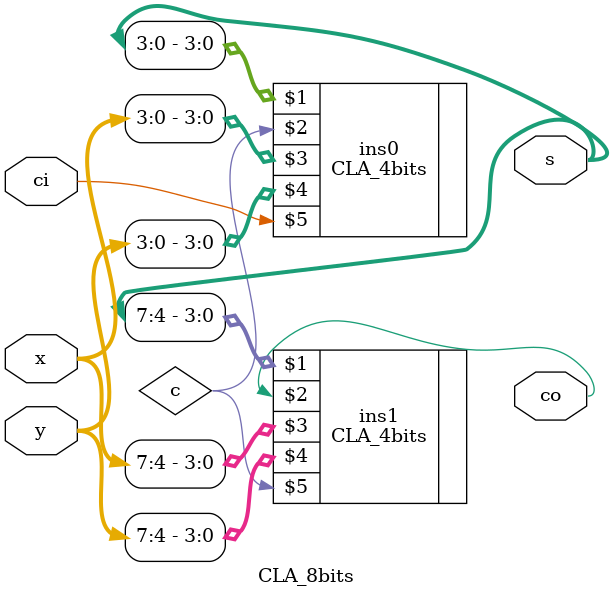
<source format=v>
module CLA_8bits(s,co,x,y,ci);
	input [7:0] x;
	input [7:0] y;
	input ci;
	output [7:0] s;
	output co;
	
	wire c;
	
	CLA_4bits ins0(s[3:0],c,x[3:0],y[3:0],ci);
	CLA_4bits ins1(s[7:4],co,x[7:4],y[7:4],c);

endmodule
</source>
